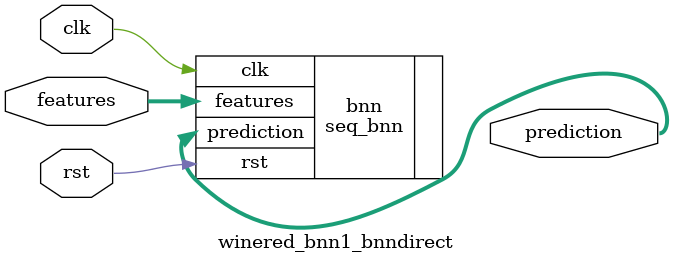
<source format=v>













module winered_bnn1_bnndirect #(

parameter FEAT_CNT = 11,
parameter HIDDEN_CNT = 40,
parameter FEAT_BITS = 4,
parameter CLASS_CNT = 6,
parameter TEST_CNT = 1000


  ) (
  input clk,
  input rst,
  input [FEAT_CNT*FEAT_BITS-1:0] features,
  output [$clog2(CLASS_CNT)-1:0] prediction
  );

  localparam Weights0 = 440'b11111100010011001010011010011110111010001111101010001001111001011011101001000000110011100011010111100110111100111111101101011100001111000001110100111011000001111011100110100100011001101101101000100110101111010101101100111100100010011000000001011111111000110111000111001011011000010000000001010111011110110010000011100101101110001100011001101011101101101001100011011010011000000011001111000110101100001000011100101000111100001111001001111000 ;
  localparam Weights1 = 240'b101011110101010111101111010101000101111001101110110011111110010011110100100011101000101011111101111001010101001011000101101011100011011000100010000100100000001111000110100000011011100000011101001111010010001011110000001101110000010000111001 ;

  seq_bnn #(.FEAT_CNT(FEAT_CNT),.FEAT_BITS(FEAT_BITS),.HIDDEN_CNT(HIDDEN_CNT),.CLASS_CNT(CLASS_CNT),.Weights0(Weights0),.Weights1(Weights1)) bnn (
    .clk(clk),
    .rst(rst),
    .features(features),
    .prediction(prediction)
  );

endmodule

</source>
